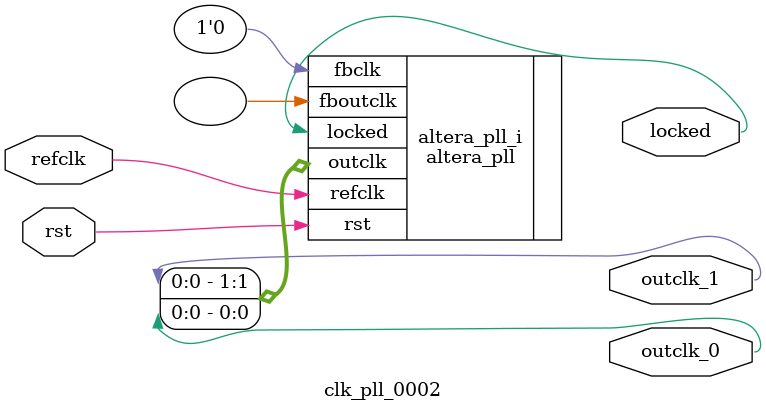
<source format=v>
`timescale 1ns/1ns
module  clk_pll_0002(

	// interface 'refclk'
	input wire refclk,

	// interface 'reset'
	input wire rst,

	// interface 'outclk0'
	output wire outclk_0,

	// interface 'outclk1'
	output wire outclk_1,

	// interface 'locked'
	output wire locked
);

	altera_pll #(
		.fractional_vco_multiplier("false"),
		.reference_clock_frequency("50.0 MHz"),
		.operation_mode("direct"),
		.number_of_clocks(2),
		.output_clock_frequency0("20.000000 MHz"),
		.phase_shift0("0 ps"),
		.duty_cycle0(50),
		.output_clock_frequency1("80.000000 MHz"),
		.phase_shift1("0 ps"),
		.duty_cycle1(50),
		.output_clock_frequency2("0 MHz"),
		.phase_shift2("0 ps"),
		.duty_cycle2(50),
		.output_clock_frequency3("0 MHz"),
		.phase_shift3("0 ps"),
		.duty_cycle3(50),
		.output_clock_frequency4("0 MHz"),
		.phase_shift4("0 ps"),
		.duty_cycle4(50),
		.output_clock_frequency5("0 MHz"),
		.phase_shift5("0 ps"),
		.duty_cycle5(50),
		.output_clock_frequency6("0 MHz"),
		.phase_shift6("0 ps"),
		.duty_cycle6(50),
		.output_clock_frequency7("0 MHz"),
		.phase_shift7("0 ps"),
		.duty_cycle7(50),
		.output_clock_frequency8("0 MHz"),
		.phase_shift8("0 ps"),
		.duty_cycle8(50),
		.output_clock_frequency9("0 MHz"),
		.phase_shift9("0 ps"),
		.duty_cycle9(50),
		.output_clock_frequency10("0 MHz"),
		.phase_shift10("0 ps"),
		.duty_cycle10(50),
		.output_clock_frequency11("0 MHz"),
		.phase_shift11("0 ps"),
		.duty_cycle11(50),
		.output_clock_frequency12("0 MHz"),
		.phase_shift12("0 ps"),
		.duty_cycle12(50),
		.output_clock_frequency13("0 MHz"),
		.phase_shift13("0 ps"),
		.duty_cycle13(50),
		.output_clock_frequency14("0 MHz"),
		.phase_shift14("0 ps"),
		.duty_cycle14(50),
		.output_clock_frequency15("0 MHz"),
		.phase_shift15("0 ps"),
		.duty_cycle15(50),
		.output_clock_frequency16("0 MHz"),
		.phase_shift16("0 ps"),
		.duty_cycle16(50),
		.output_clock_frequency17("0 MHz"),
		.phase_shift17("0 ps"),
		.duty_cycle17(50),
		.pll_type("General"),
		.pll_subtype("General")
	) altera_pll_i (
		.rst	(rst),
		.outclk	({outclk_1, outclk_0}),
		.locked	(locked),
		.fboutclk	( ),
		.fbclk	(1'b0),
		.refclk	(refclk)
	);
endmodule


</source>
